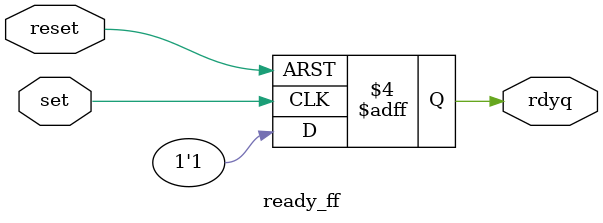
<source format=v>

module latch( in_b,clk, out_b,en);
parameter SIZE=8;

input [SIZE-1:0] in_b;
output [SIZE-1:0]out_b;
input en,clk;
genvar i; 
	generate
for(i=0; i<SIZE; i=i+1) 
begin:sreggen
// FD f1							  (.Q(out_b[i]),.D(in_b[i]),.C(en) );
 
 FDE #(.INIT(1'b0))FDCE_f1(.Q(out_b[i]),.C(clk),.CE(en),.D(in_b[i]));
end
endgenerate

 endmodule 
 
 
 module SRf1(set,reset,Q);
	input set,reset;
	output Q;
  
	FDC #(.INIT(1'b0))	
	FDC_f1(
				.Q(Q),
				.CLR(reset),
				.D(1'b1),
				.C(set)
			 );
endmodule


module ready_ff(set,reset,rdyq);
input set,reset;
output rdyq;
reg rdyq;

always@(negedge set,negedge reset)
begin
if(~reset)
rdyq= 1'b0;
else
if(~set)
rdyq=1'b1;
end
endmodule

//module input_buff( in_b, out_b,en);
//parameter SIZE=8;
//
//input [SIZE-1:0] in_b;
//output [SIZE-1:0]out_b;
//input en;
//genvar i; 
//	generate
//for(i=0; i<SIZE; i=i+1) 
//begin:sreggen
// BUFF b1 (.O (out_b[i]), .E (en), .I (in_b[i]) );
//end
//endgenerate
//endmodule
</source>
